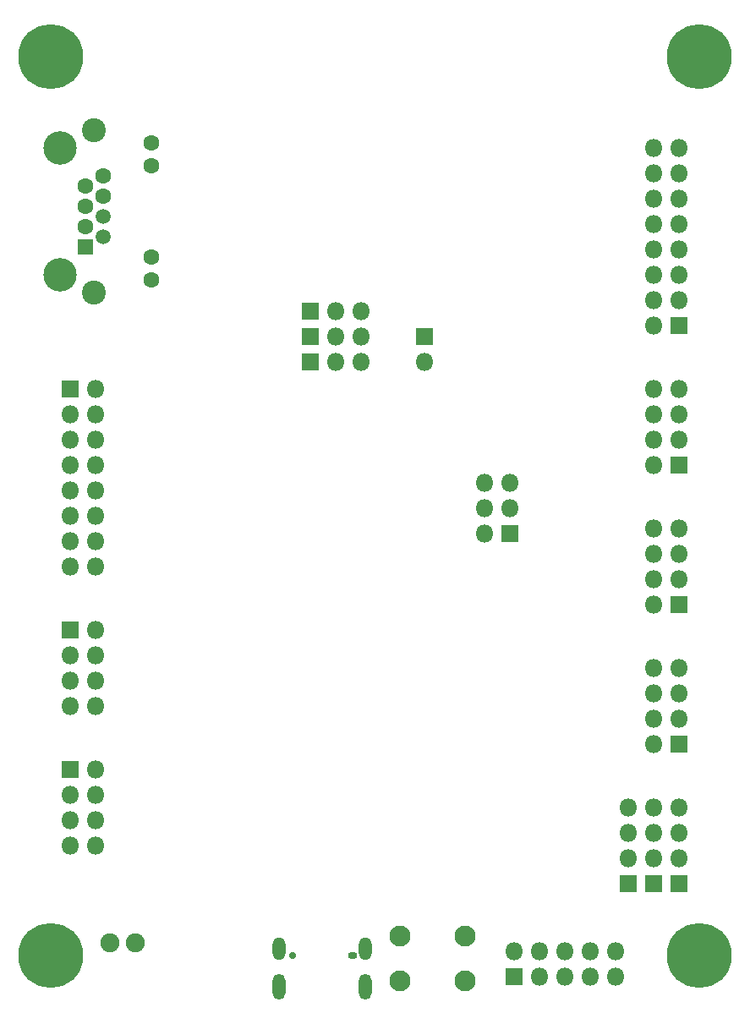
<source format=gbr>
%TF.GenerationSoftware,KiCad,Pcbnew,5.1.6*%
%TF.CreationDate,2021-01-07T05:04:38+01:00*%
%TF.ProjectId,DP83848C-EvalBoard,44503833-3834-4384-932d-4576616c426f,rev?*%
%TF.SameCoordinates,Original*%
%TF.FileFunction,Soldermask,Bot*%
%TF.FilePolarity,Negative*%
%FSLAX46Y46*%
G04 Gerber Fmt 4.6, Leading zero omitted, Abs format (unit mm)*
G04 Created by KiCad (PCBNEW 5.1.6) date 2021-01-07 05:04:38*
%MOMM*%
%LPD*%
G01*
G04 APERTURE LIST*
%ADD10C,1.600000*%
%ADD11C,2.400000*%
%ADD12C,3.350000*%
%ADD13C,1.500000*%
%ADD14R,1.600000X1.600000*%
%ADD15O,1.800000X1.800000*%
%ADD16R,1.800000X1.800000*%
%ADD17C,1.900000*%
%ADD18O,1.300000X2.600000*%
%ADD19O,0.950000X0.700000*%
%ADD20O,0.700000X0.700000*%
%ADD21O,1.300000X2.300000*%
%ADD22C,0.900000*%
%ADD23C,6.500000*%
%ADD24C,2.100000*%
G04 APERTURE END LIST*
D10*
%TO.C,J2*%
X55100000Y-70580000D03*
X55100000Y-72870000D03*
X55100000Y-82010000D03*
X55100000Y-84300000D03*
D11*
X49390000Y-85570000D03*
X49390000Y-69310000D03*
D12*
X45960000Y-71090000D03*
X45960000Y-83790000D03*
D10*
X50280000Y-73888000D03*
X50280000Y-75920000D03*
D13*
X50280000Y-77952000D03*
X50280000Y-79984000D03*
D10*
X48500000Y-74904000D03*
X48500000Y-76936000D03*
X48500000Y-78968000D03*
D14*
X48500000Y-81000000D03*
%TD*%
D15*
%TO.C,J14*%
X105410000Y-95250000D03*
X107950000Y-95250000D03*
X105410000Y-97790000D03*
X107950000Y-97790000D03*
X105410000Y-100330000D03*
X107950000Y-100330000D03*
X105410000Y-102870000D03*
D16*
X107950000Y-102870000D03*
%TD*%
D15*
%TO.C,J13*%
X105410000Y-123190000D03*
X107950000Y-123190000D03*
X105410000Y-125730000D03*
X107950000Y-125730000D03*
X105410000Y-128270000D03*
X107950000Y-128270000D03*
X105410000Y-130810000D03*
D16*
X107950000Y-130810000D03*
%TD*%
D15*
%TO.C,J12*%
X49530000Y-140970000D03*
X46990000Y-140970000D03*
X49530000Y-138430000D03*
X46990000Y-138430000D03*
X49530000Y-135890000D03*
X46990000Y-135890000D03*
X49530000Y-133350000D03*
D16*
X46990000Y-133350000D03*
%TD*%
D15*
%TO.C,J11*%
X105410000Y-109220000D03*
X107950000Y-109220000D03*
X105410000Y-111760000D03*
X107950000Y-111760000D03*
X105410000Y-114300000D03*
X107950000Y-114300000D03*
X105410000Y-116840000D03*
D16*
X107950000Y-116840000D03*
%TD*%
D15*
%TO.C,J10*%
X49530000Y-127000000D03*
X46990000Y-127000000D03*
X49530000Y-124460000D03*
X46990000Y-124460000D03*
X49530000Y-121920000D03*
X46990000Y-121920000D03*
X49530000Y-119380000D03*
D16*
X46990000Y-119380000D03*
%TD*%
D15*
%TO.C,J9*%
X49530000Y-113030000D03*
X46990000Y-113030000D03*
X49530000Y-110490000D03*
X46990000Y-110490000D03*
X49530000Y-107950000D03*
X46990000Y-107950000D03*
X49530000Y-105410000D03*
X46990000Y-105410000D03*
X49530000Y-102870000D03*
X46990000Y-102870000D03*
X49530000Y-100330000D03*
X46990000Y-100330000D03*
X49530000Y-97790000D03*
X46990000Y-97790000D03*
X49530000Y-95250000D03*
D16*
X46990000Y-95250000D03*
%TD*%
D15*
%TO.C,J8*%
X105410000Y-71120000D03*
X107950000Y-71120000D03*
X105410000Y-73660000D03*
X107950000Y-73660000D03*
X105410000Y-76200000D03*
X107950000Y-76200000D03*
X105410000Y-78740000D03*
X107950000Y-78740000D03*
X105410000Y-81280000D03*
X107950000Y-81280000D03*
X105410000Y-83820000D03*
X107950000Y-83820000D03*
X105410000Y-86360000D03*
X107950000Y-86360000D03*
X105410000Y-88900000D03*
D16*
X107950000Y-88900000D03*
%TD*%
D15*
%TO.C,J7*%
X107950000Y-137160000D03*
X107950000Y-139700000D03*
X107950000Y-142240000D03*
D16*
X107950000Y-144780000D03*
%TD*%
D15*
%TO.C,J6*%
X105410000Y-137160000D03*
X105410000Y-139700000D03*
X105410000Y-142240000D03*
D16*
X105410000Y-144780000D03*
%TD*%
D15*
%TO.C,J5*%
X102870000Y-137160000D03*
X102870000Y-139700000D03*
X102870000Y-142240000D03*
D16*
X102870000Y-144780000D03*
%TD*%
D17*
%TO.C,J1*%
X53520000Y-150750000D03*
X50980000Y-150750000D03*
%TD*%
D18*
%TO.C,J3*%
X67930000Y-155100000D03*
X76570000Y-155100000D03*
D19*
X75250000Y-152000000D03*
D20*
X69250000Y-152000000D03*
D21*
X76570000Y-151275000D03*
X67930000Y-151275000D03*
%TD*%
D16*
%TO.C,J4*%
X91465000Y-154085000D03*
D15*
X91465000Y-151545000D03*
X94005000Y-154085000D03*
X94005000Y-151545000D03*
X96545000Y-154085000D03*
X96545000Y-151545000D03*
X99085000Y-154085000D03*
X99085000Y-151545000D03*
X101625000Y-154085000D03*
X101625000Y-151545000D03*
%TD*%
D22*
%TO.C,H4*%
X111697056Y-60302944D03*
X110000000Y-59600000D03*
X108302944Y-60302944D03*
X107600000Y-62000000D03*
X108302944Y-63697056D03*
X110000000Y-64400000D03*
X111697056Y-63697056D03*
X112400000Y-62000000D03*
D23*
X110000000Y-62000000D03*
%TD*%
D22*
%TO.C,H3*%
X111697056Y-150302944D03*
X110000000Y-149600000D03*
X108302944Y-150302944D03*
X107600000Y-152000000D03*
X108302944Y-153697056D03*
X110000000Y-154400000D03*
X111697056Y-153697056D03*
X112400000Y-152000000D03*
D23*
X110000000Y-152000000D03*
%TD*%
D22*
%TO.C,H2*%
X46697056Y-60302944D03*
X45000000Y-59600000D03*
X43302944Y-60302944D03*
X42600000Y-62000000D03*
X43302944Y-63697056D03*
X45000000Y-64400000D03*
X46697056Y-63697056D03*
X47400000Y-62000000D03*
D23*
X45000000Y-62000000D03*
%TD*%
D22*
%TO.C,H1*%
X46697056Y-150302944D03*
X45000000Y-149600000D03*
X43302944Y-150302944D03*
X42600000Y-152000000D03*
X43302944Y-153697056D03*
X45000000Y-154400000D03*
X46697056Y-153697056D03*
X47400000Y-152000000D03*
D23*
X45000000Y-152000000D03*
%TD*%
D24*
%TO.C,SW1*%
X86500000Y-150000000D03*
X86500000Y-154500000D03*
X80000000Y-150000000D03*
X80000000Y-154500000D03*
%TD*%
D15*
%TO.C,JP7*%
X88460000Y-104640000D03*
X91000000Y-104640000D03*
X88460000Y-107180000D03*
X91000000Y-107180000D03*
X88460000Y-109720000D03*
D16*
X91000000Y-109720000D03*
%TD*%
D15*
%TO.C,JP6*%
X76080000Y-87500000D03*
X73540000Y-87500000D03*
D16*
X71000000Y-87500000D03*
%TD*%
D15*
%TO.C,JP5*%
X76080000Y-90040000D03*
X73540000Y-90040000D03*
D16*
X71000000Y-90040000D03*
%TD*%
D15*
%TO.C,JP4*%
X76080000Y-92580000D03*
X73540000Y-92580000D03*
D16*
X71000000Y-92580000D03*
%TD*%
D15*
%TO.C,JP1*%
X82500000Y-92540000D03*
D16*
X82500000Y-90000000D03*
%TD*%
M02*

</source>
